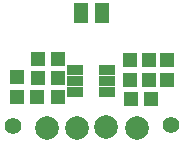
<source format=gbr>
G04 DipTrace 3.2.0.1*
G04 TopMask.gbr*
%MOIN*%
G04 #@! TF.FileFunction,Soldermask,Top*
G04 #@! TF.Part,Single*
%AMOUTLINE1*
4,1,4,
-0.025589,-0.015751,
-0.025592,0.015745,
0.025589,0.015751,
0.025592,-0.015745,
-0.025589,-0.015751,
0*%
%ADD26C,0.055118*%
%ADD29C,0.07874*%
%ADD31R,0.047244X0.033465*%
%ADD33R,0.051181X0.047244*%
%ADD35R,0.047244X0.051181*%
%ADD39OUTLINE1*%
%FSLAX26Y26*%
G04*
G70*
G90*
G75*
G01*
G04 TopMask*
%LPD*%
D35*
X126772Y-184252D3*
Y-117323D3*
D33*
X-180709Y-177165D3*
X-113780D3*
D26*
X263780Y-334646D3*
X-263780Y-335827D3*
D31*
X-35433Y56102D3*
X35433D3*
X-35433Y22638D3*
X35433D3*
D35*
X252362Y-116535D3*
Y-183465D3*
X189370Y-184252D3*
Y-117323D3*
X-248031Y-240551D3*
Y-173622D3*
D33*
X-112992Y-114567D3*
X-179921D3*
X-114173Y-240157D3*
X-181102D3*
X131102Y-246850D3*
X198031D3*
D39*
X51969Y-224016D3*
X51963Y-186614D3*
X51959Y-149213D3*
X-54340Y-149224D3*
X-54336Y-186626D3*
X-54331Y-224028D3*
D29*
X150000Y-342520D3*
X48425Y-340945D3*
X-50000Y-342520D3*
X-150000D3*
M02*

</source>
